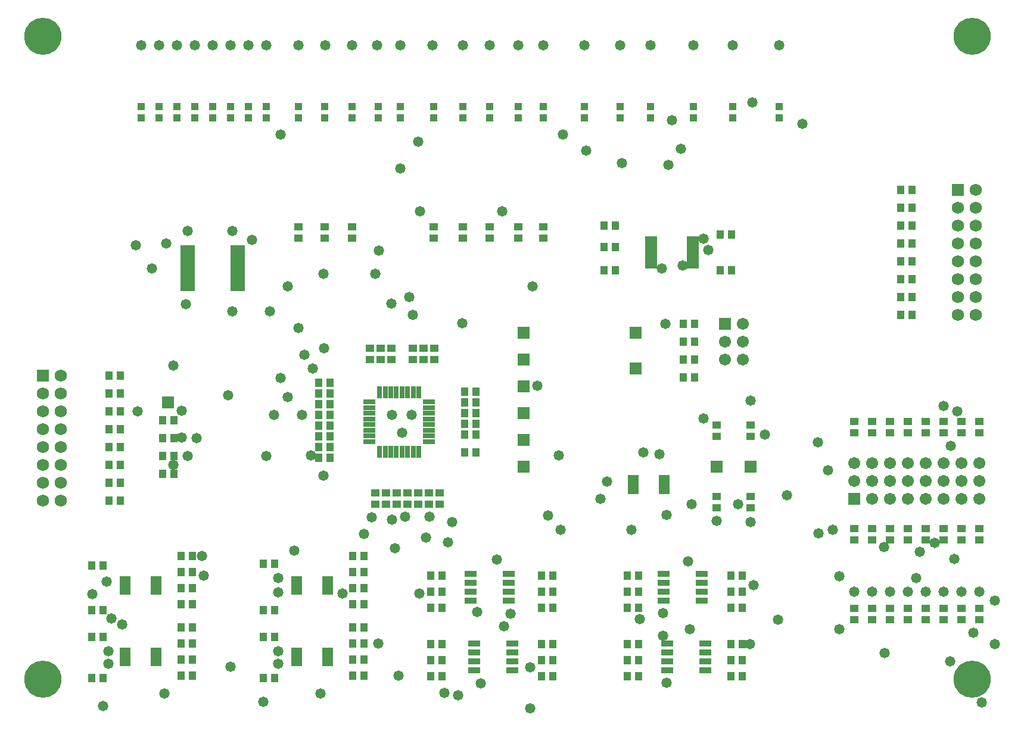
<source format=gts>
G04*
G04 #@! TF.GenerationSoftware,Altium Limited,Altium Designer,22.3.1 (43)*
G04*
G04 Layer_Color=8388736*
%FSLAX25Y25*%
%MOIN*%
G70*
G04*
G04 #@! TF.SameCoordinates,2BD9AFEF-E20F-41D7-A0C8-00A0A2511AF1*
G04*
G04*
G04 #@! TF.FilePolarity,Negative*
G04*
G01*
G75*
%ADD10R,0.03950X0.03950*%
%ADD11R,0.03950X0.04540*%
%ADD12R,0.07887X0.02572*%
%ADD13R,0.04540X0.03950*%
%ADD14R,0.06607X0.02572*%
%ADD15R,0.06816X0.03359*%
%ADD16R,0.06312X0.02572*%
%ADD17R,0.06607X0.03162*%
%ADD18R,0.03162X0.06607*%
%ADD19R,0.06706X0.06706*%
%ADD20C,0.06706*%
%ADD21C,0.06800*%
%ADD22R,0.06800X0.06800*%
%ADD23R,0.06706X0.06706*%
%ADD24C,0.20800*%
%ADD25C,0.05800*%
D10*
X360000Y340650D02*
D03*
Y334350D02*
D03*
X343000Y340650D02*
D03*
Y334350D02*
D03*
X323000Y340650D02*
D03*
Y334350D02*
D03*
X193000Y340650D02*
D03*
Y334350D02*
D03*
X300000Y340650D02*
D03*
Y334350D02*
D03*
X286000Y340650D02*
D03*
Y334350D02*
D03*
X270000Y340650D02*
D03*
Y334350D02*
D03*
X255000Y340650D02*
D03*
Y334350D02*
D03*
X238500Y340650D02*
D03*
Y334350D02*
D03*
X432000Y340650D02*
D03*
Y334350D02*
D03*
X145000Y340650D02*
D03*
Y334350D02*
D03*
X135000Y340650D02*
D03*
Y334350D02*
D03*
X125000Y340650D02*
D03*
Y334350D02*
D03*
X115000Y340650D02*
D03*
Y334350D02*
D03*
X105000Y340650D02*
D03*
Y334350D02*
D03*
X95000Y340650D02*
D03*
Y334350D02*
D03*
X85000Y340650D02*
D03*
Y334350D02*
D03*
X75000Y340650D02*
D03*
Y334350D02*
D03*
X207500Y340650D02*
D03*
Y334350D02*
D03*
X220000Y340650D02*
D03*
Y334350D02*
D03*
X406000Y340650D02*
D03*
Y334350D02*
D03*
X384000Y340650D02*
D03*
Y334350D02*
D03*
X163000Y340650D02*
D03*
Y334350D02*
D03*
X177500Y340650D02*
D03*
Y334350D02*
D03*
D11*
X384650Y199000D02*
D03*
X378350D02*
D03*
Y189000D02*
D03*
X384650D02*
D03*
Y209000D02*
D03*
X378350D02*
D03*
X384650Y219000D02*
D03*
X378350D02*
D03*
X405150Y269000D02*
D03*
X398850D02*
D03*
X405150Y249000D02*
D03*
X398850D02*
D03*
X333850D02*
D03*
X340150D02*
D03*
X333850Y262000D02*
D03*
X340150D02*
D03*
X333850Y274000D02*
D03*
X340150D02*
D03*
X193350Y89000D02*
D03*
X199650D02*
D03*
X305150Y30500D02*
D03*
X298850D02*
D03*
Y39500D02*
D03*
X305150D02*
D03*
Y21500D02*
D03*
X298850D02*
D03*
X236850Y30500D02*
D03*
X243150D02*
D03*
Y39500D02*
D03*
X236850D02*
D03*
X411150Y30500D02*
D03*
X404850D02*
D03*
X236850Y21500D02*
D03*
X243150D02*
D03*
X404850Y39500D02*
D03*
X411150D02*
D03*
Y21500D02*
D03*
X404850D02*
D03*
X346850Y30500D02*
D03*
X353150D02*
D03*
Y39500D02*
D03*
X346850D02*
D03*
Y21500D02*
D03*
X353150D02*
D03*
X411150Y69000D02*
D03*
X404850D02*
D03*
X305150D02*
D03*
X298850D02*
D03*
X404850Y78000D02*
D03*
X411150D02*
D03*
X298850D02*
D03*
X305150D02*
D03*
X411150Y60000D02*
D03*
X404850D02*
D03*
X305150D02*
D03*
X298850D02*
D03*
X346850Y69000D02*
D03*
X353150D02*
D03*
X236850D02*
D03*
X243150D02*
D03*
X353150Y78000D02*
D03*
X346850D02*
D03*
X243150D02*
D03*
X236850D02*
D03*
X346850Y60000D02*
D03*
X353150D02*
D03*
X236850D02*
D03*
X243150D02*
D03*
X193350Y49000D02*
D03*
X199650D02*
D03*
X143350Y20500D02*
D03*
X149650D02*
D03*
X193350Y40000D02*
D03*
X199650D02*
D03*
Y22000D02*
D03*
X193350D02*
D03*
Y31000D02*
D03*
X199650D02*
D03*
X149650Y43500D02*
D03*
X143350D02*
D03*
X103650Y89000D02*
D03*
Y49000D02*
D03*
X199650Y80000D02*
D03*
X103650D02*
D03*
Y40000D02*
D03*
Y31000D02*
D03*
Y71000D02*
D03*
X199650D02*
D03*
X143350Y58500D02*
D03*
X149650D02*
D03*
X193350Y80000D02*
D03*
X199650Y62000D02*
D03*
X193350D02*
D03*
Y71000D02*
D03*
X149650Y84500D02*
D03*
X143350D02*
D03*
X97350Y49000D02*
D03*
Y40000D02*
D03*
Y31000D02*
D03*
X103650Y22000D02*
D03*
X97350D02*
D03*
X499850Y294000D02*
D03*
X506150D02*
D03*
X499850Y284000D02*
D03*
X506150D02*
D03*
X499850Y274000D02*
D03*
X506150D02*
D03*
X499850Y264000D02*
D03*
X506150D02*
D03*
X499850Y254000D02*
D03*
X506150D02*
D03*
X499850Y244000D02*
D03*
X506150D02*
D03*
X499850Y234000D02*
D03*
X506150D02*
D03*
X499850Y224000D02*
D03*
X506150D02*
D03*
X63150Y190000D02*
D03*
X56850D02*
D03*
X255850Y181000D02*
D03*
X262150D02*
D03*
X174350Y186000D02*
D03*
X180650D02*
D03*
X63150Y180000D02*
D03*
X56850D02*
D03*
X255850Y175000D02*
D03*
X262150D02*
D03*
X174350Y180000D02*
D03*
X180650D02*
D03*
X86850Y165000D02*
D03*
X93150D02*
D03*
X63150Y170000D02*
D03*
X56850D02*
D03*
X255850Y169000D02*
D03*
X262150D02*
D03*
X174350Y174000D02*
D03*
X180650D02*
D03*
X86850Y155000D02*
D03*
X93150D02*
D03*
X63150Y160000D02*
D03*
X56850D02*
D03*
X255850Y163000D02*
D03*
X262150D02*
D03*
X174350Y168000D02*
D03*
X180650D02*
D03*
X86850Y145000D02*
D03*
X93150D02*
D03*
X63150Y150000D02*
D03*
X56850D02*
D03*
X255850Y157000D02*
D03*
X262150D02*
D03*
X174350Y162000D02*
D03*
X180650D02*
D03*
X86850Y135000D02*
D03*
X93150D02*
D03*
X63150Y140000D02*
D03*
X56850D02*
D03*
X63150Y130000D02*
D03*
X56850D02*
D03*
X63150Y120000D02*
D03*
X56850D02*
D03*
X255850Y147000D02*
D03*
X262150D02*
D03*
X174350Y156000D02*
D03*
X180650D02*
D03*
X174350Y150000D02*
D03*
X180650D02*
D03*
X174350Y144000D02*
D03*
X180650D02*
D03*
X47350Y83500D02*
D03*
X53650D02*
D03*
X97350Y62000D02*
D03*
X103650D02*
D03*
X97350Y71000D02*
D03*
X53650Y58500D02*
D03*
X47350D02*
D03*
X97350Y80000D02*
D03*
Y89000D02*
D03*
X47350Y43500D02*
D03*
X53650D02*
D03*
Y20500D02*
D03*
X47350D02*
D03*
D12*
X128976Y261516D02*
D03*
Y258957D02*
D03*
Y256398D02*
D03*
Y253839D02*
D03*
Y251280D02*
D03*
Y248720D02*
D03*
Y246161D02*
D03*
Y243602D02*
D03*
Y241043D02*
D03*
Y238484D02*
D03*
X101024D02*
D03*
Y241043D02*
D03*
Y243602D02*
D03*
Y246161D02*
D03*
Y248720D02*
D03*
Y251280D02*
D03*
Y253839D02*
D03*
Y256398D02*
D03*
Y258957D02*
D03*
Y261516D02*
D03*
D13*
X177500Y266850D02*
D03*
Y273150D02*
D03*
X193000D02*
D03*
Y266850D02*
D03*
X163000D02*
D03*
Y273150D02*
D03*
X270000Y266850D02*
D03*
Y273150D02*
D03*
X255000Y266850D02*
D03*
Y273150D02*
D03*
X286000Y266850D02*
D03*
Y273150D02*
D03*
X238500Y266850D02*
D03*
Y273150D02*
D03*
X300000Y266850D02*
D03*
Y273150D02*
D03*
X484000Y59650D02*
D03*
Y53350D02*
D03*
X494000Y59650D02*
D03*
Y53350D02*
D03*
X504000Y59650D02*
D03*
Y53350D02*
D03*
X524000Y97850D02*
D03*
Y104150D02*
D03*
X534000Y97850D02*
D03*
Y104150D02*
D03*
X514000Y97850D02*
D03*
Y104150D02*
D03*
Y59650D02*
D03*
Y53350D02*
D03*
X474000Y59650D02*
D03*
Y53350D02*
D03*
X494000Y104150D02*
D03*
Y97850D02*
D03*
X484000Y104150D02*
D03*
Y97850D02*
D03*
X504000Y104150D02*
D03*
Y97850D02*
D03*
X524000Y59650D02*
D03*
Y53350D02*
D03*
X534000Y59650D02*
D03*
Y53350D02*
D03*
X504000Y157850D02*
D03*
Y164150D02*
D03*
X494000Y157850D02*
D03*
Y164150D02*
D03*
X484000Y157850D02*
D03*
Y164150D02*
D03*
X534000D02*
D03*
Y157850D02*
D03*
X514000Y164150D02*
D03*
Y157850D02*
D03*
X474000Y104150D02*
D03*
Y97850D02*
D03*
X544000Y164150D02*
D03*
Y157850D02*
D03*
Y97850D02*
D03*
Y104150D02*
D03*
X474000Y157850D02*
D03*
Y164150D02*
D03*
X544000Y59650D02*
D03*
Y53350D02*
D03*
X524000Y164150D02*
D03*
Y157850D02*
D03*
X230000Y117850D02*
D03*
X416000Y115850D02*
D03*
X397000D02*
D03*
X236000Y117850D02*
D03*
X242000D02*
D03*
X206000D02*
D03*
X397000Y162150D02*
D03*
X215000Y198850D02*
D03*
Y205150D02*
D03*
X227000Y198850D02*
D03*
Y205150D02*
D03*
X233000Y198850D02*
D03*
Y205150D02*
D03*
X209000D02*
D03*
Y198850D02*
D03*
X239000D02*
D03*
Y205150D02*
D03*
X203000D02*
D03*
Y198850D02*
D03*
X242000Y124150D02*
D03*
X236000D02*
D03*
X230000D02*
D03*
X224000D02*
D03*
Y117850D02*
D03*
X206000Y124150D02*
D03*
X218000D02*
D03*
Y117850D02*
D03*
X212000Y124150D02*
D03*
Y117850D02*
D03*
X416000Y155850D02*
D03*
Y162150D02*
D03*
X397000Y155850D02*
D03*
X416000Y122150D02*
D03*
X397000D02*
D03*
D14*
X360433Y251323D02*
D03*
X383567Y266677D02*
D03*
X360433D02*
D03*
Y264118D02*
D03*
Y261559D02*
D03*
Y259000D02*
D03*
Y256441D02*
D03*
Y253882D02*
D03*
X383567Y251323D02*
D03*
Y253882D02*
D03*
Y256441D02*
D03*
Y259000D02*
D03*
Y261559D02*
D03*
Y264118D02*
D03*
D15*
X367177Y79000D02*
D03*
Y74000D02*
D03*
Y69000D02*
D03*
Y64000D02*
D03*
X388524D02*
D03*
Y69000D02*
D03*
Y74000D02*
D03*
Y79000D02*
D03*
X261177Y40000D02*
D03*
Y35000D02*
D03*
Y30000D02*
D03*
Y25000D02*
D03*
X282524D02*
D03*
Y30000D02*
D03*
Y35000D02*
D03*
Y40000D02*
D03*
X369177D02*
D03*
Y35000D02*
D03*
Y30000D02*
D03*
Y25000D02*
D03*
X390524D02*
D03*
Y30000D02*
D03*
Y35000D02*
D03*
Y40000D02*
D03*
X259177Y79000D02*
D03*
Y74000D02*
D03*
Y69000D02*
D03*
Y64000D02*
D03*
X280524D02*
D03*
Y69000D02*
D03*
Y74000D02*
D03*
Y79000D02*
D03*
D16*
X161839Y36339D02*
D03*
Y33780D02*
D03*
Y31220D02*
D03*
Y28661D02*
D03*
X179161D02*
D03*
Y31220D02*
D03*
Y33780D02*
D03*
Y36339D02*
D03*
X367661Y132689D02*
D03*
X65839Y71220D02*
D03*
Y31220D02*
D03*
X161839Y71220D02*
D03*
X350339Y127571D02*
D03*
X367661Y130130D02*
D03*
Y127571D02*
D03*
X65839Y33780D02*
D03*
Y73780D02*
D03*
X161839D02*
D03*
X350339Y130130D02*
D03*
X161839Y76339D02*
D03*
Y68661D02*
D03*
X179161D02*
D03*
Y71220D02*
D03*
Y73780D02*
D03*
Y76339D02*
D03*
X65839D02*
D03*
Y68661D02*
D03*
X83161D02*
D03*
Y71220D02*
D03*
Y73780D02*
D03*
Y76339D02*
D03*
X65839Y36339D02*
D03*
Y28661D02*
D03*
X83161D02*
D03*
Y31220D02*
D03*
Y33780D02*
D03*
Y36339D02*
D03*
X350339Y132689D02*
D03*
Y125012D02*
D03*
X367661D02*
D03*
D17*
X236017Y159276D02*
D03*
Y156126D02*
D03*
X202647Y175024D02*
D03*
Y171874D02*
D03*
Y168724D02*
D03*
Y165575D02*
D03*
Y162425D02*
D03*
Y159276D02*
D03*
Y156126D02*
D03*
Y152976D02*
D03*
X236017D02*
D03*
Y162425D02*
D03*
Y165575D02*
D03*
Y168724D02*
D03*
Y171874D02*
D03*
Y175024D02*
D03*
D18*
X217757Y180685D02*
D03*
X211458Y147315D02*
D03*
X220906Y180685D02*
D03*
X208308Y147315D02*
D03*
X214607D02*
D03*
X217757D02*
D03*
X220906D02*
D03*
X224056D02*
D03*
X227206D02*
D03*
X230355D02*
D03*
Y180685D02*
D03*
X227206D02*
D03*
X224056D02*
D03*
X214607D02*
D03*
X211458D02*
D03*
X208308D02*
D03*
D19*
X474000Y121000D02*
D03*
X351500Y214000D02*
D03*
Y194000D02*
D03*
X289000Y214000D02*
D03*
X90000Y175000D02*
D03*
X289000Y199000D02*
D03*
Y184000D02*
D03*
Y169000D02*
D03*
Y154000D02*
D03*
Y139000D02*
D03*
X397000D02*
D03*
X416000D02*
D03*
D20*
X484000Y121000D02*
D03*
Y131000D02*
D03*
X494000Y121000D02*
D03*
Y131000D02*
D03*
X504000Y121000D02*
D03*
Y131000D02*
D03*
X514000Y121000D02*
D03*
Y131000D02*
D03*
X524000Y121000D02*
D03*
Y131000D02*
D03*
X534000Y121000D02*
D03*
Y131000D02*
D03*
X544000Y121000D02*
D03*
Y131000D02*
D03*
X474000D02*
D03*
Y141000D02*
D03*
X484000D02*
D03*
X494000D02*
D03*
X504000D02*
D03*
X514000D02*
D03*
X524000D02*
D03*
X534000D02*
D03*
X544000D02*
D03*
X411500Y199000D02*
D03*
X401500D02*
D03*
X411500Y209000D02*
D03*
X401500D02*
D03*
X411500Y219000D02*
D03*
D21*
X30000Y120000D02*
D03*
Y130000D02*
D03*
Y140000D02*
D03*
Y150000D02*
D03*
Y160000D02*
D03*
Y170000D02*
D03*
Y180000D02*
D03*
X20000Y120000D02*
D03*
Y130000D02*
D03*
Y140000D02*
D03*
Y150000D02*
D03*
Y160000D02*
D03*
Y170000D02*
D03*
X30000Y190000D02*
D03*
X20000Y180000D02*
D03*
X542000Y224000D02*
D03*
Y234000D02*
D03*
Y244000D02*
D03*
Y254000D02*
D03*
Y264000D02*
D03*
Y274000D02*
D03*
Y284000D02*
D03*
X532000Y224000D02*
D03*
Y234000D02*
D03*
Y244000D02*
D03*
Y254000D02*
D03*
Y264000D02*
D03*
Y274000D02*
D03*
X542000Y294000D02*
D03*
X532000Y284000D02*
D03*
D22*
X20000Y190000D02*
D03*
X532000Y294000D02*
D03*
D23*
X401500Y219000D02*
D03*
D24*
X540000Y380000D02*
D03*
Y20000D02*
D03*
X20000Y380000D02*
D03*
Y20000D02*
D03*
D25*
X177000Y247000D02*
D03*
X206000D02*
D03*
X416000Y176000D02*
D03*
X324000Y316000D02*
D03*
X377000Y317000D02*
D03*
X231000Y282000D02*
D03*
X277000D02*
D03*
X208000Y260000D02*
D03*
X294000Y240000D02*
D03*
X157000D02*
D03*
X220000Y306000D02*
D03*
X370000Y308000D02*
D03*
X344000Y309000D02*
D03*
X165000Y168000D02*
D03*
X157000Y178000D02*
D03*
X147000Y226000D02*
D03*
X126000D02*
D03*
X100000Y230000D02*
D03*
X163000Y216500D02*
D03*
X225000Y234000D02*
D03*
X227000Y224000D02*
D03*
X230000Y321000D02*
D03*
X311000Y325000D02*
D03*
X372000Y333000D02*
D03*
X445000Y331000D02*
D03*
X417000Y343000D02*
D03*
X432000Y375000D02*
D03*
X406000D02*
D03*
X384000D02*
D03*
X360000D02*
D03*
X343000D02*
D03*
X323000D02*
D03*
X300000D02*
D03*
X286000D02*
D03*
X270000D02*
D03*
X255000D02*
D03*
X238000D02*
D03*
X220000D02*
D03*
X207000D02*
D03*
X193000D02*
D03*
X178000D02*
D03*
X163000D02*
D03*
X153000Y325000D02*
D03*
X75000Y375000D02*
D03*
X85000D02*
D03*
X95000D02*
D03*
X105000D02*
D03*
X115000D02*
D03*
X125000D02*
D03*
X135000D02*
D03*
X145000D02*
D03*
X101000Y271000D02*
D03*
X89000Y264000D02*
D03*
X72000Y263000D02*
D03*
X81000Y250000D02*
D03*
X249000Y108000D02*
D03*
X349400Y103500D02*
D03*
X309500D02*
D03*
X462000D02*
D03*
X454000Y101500D02*
D03*
X153000Y188500D02*
D03*
X73000Y170000D02*
D03*
X416000Y108000D02*
D03*
X397000Y108500D02*
D03*
X417500Y72500D02*
D03*
X508500Y76500D02*
D03*
X465500Y48000D02*
D03*
X204000Y110500D02*
D03*
X222500Y111000D02*
D03*
X527500Y30000D02*
D03*
X47500Y67500D02*
D03*
X126000Y271000D02*
D03*
X137000Y266000D02*
D03*
X332000Y121000D02*
D03*
X356000Y147000D02*
D03*
X365000Y146000D02*
D03*
X424000Y157000D02*
D03*
X246600Y96500D02*
D03*
X234200Y99200D02*
D03*
X490500Y93800D02*
D03*
X366800Y44300D02*
D03*
X519000Y96350D02*
D03*
X177000Y134000D02*
D03*
X296600Y184100D02*
D03*
X169900Y145100D02*
D03*
X145000Y144700D02*
D03*
X254500Y219300D02*
D03*
X431350Y53350D02*
D03*
X109800Y77800D02*
D03*
X244600Y12100D02*
D03*
X491100Y34600D02*
D03*
X292500Y3500D02*
D03*
X53600Y5000D02*
D03*
X218800Y22000D02*
D03*
X453500Y152500D02*
D03*
X459400Y137000D02*
D03*
X281500Y56500D02*
D03*
X353800Y53500D02*
D03*
X510500Y91200D02*
D03*
X302500Y111600D02*
D03*
X531750Y169950D02*
D03*
X93100Y140000D02*
D03*
X177450Y205150D02*
D03*
X97600Y170300D02*
D03*
X149300Y167900D02*
D03*
X92900Y195600D02*
D03*
X123700Y178900D02*
D03*
X166400Y201600D02*
D03*
X215200Y109200D02*
D03*
X97600Y155200D02*
D03*
X230700Y67700D02*
D03*
X187600D02*
D03*
X308600Y145300D02*
D03*
X236350Y110850D02*
D03*
X175400Y11700D02*
D03*
X392200Y260059D02*
D03*
X199650Y101300D02*
D03*
X109000Y89000D02*
D03*
X368300Y219000D02*
D03*
X171000Y193700D02*
D03*
X101100Y145000D02*
D03*
X105800Y155000D02*
D03*
X216800Y93100D02*
D03*
X465700Y77500D02*
D03*
X160700Y91900D02*
D03*
X377800Y251600D02*
D03*
X366337Y249723D02*
D03*
X215000Y230200D02*
D03*
X415600Y39500D02*
D03*
X540500Y45700D02*
D03*
X524000Y172800D02*
D03*
X529800Y87300D02*
D03*
X552500Y64000D02*
D03*
X252400Y10900D02*
D03*
X292600Y26500D02*
D03*
X552500Y39500D02*
D03*
X64398Y50500D02*
D03*
X436300Y122900D02*
D03*
X528000Y150400D02*
D03*
X124900Y26800D02*
D03*
X207700Y40000D02*
D03*
X545200Y7000D02*
D03*
X143350Y7100D02*
D03*
X58200Y54000D02*
D03*
X87800Y12000D02*
D03*
X389473Y165800D02*
D03*
X389471Y266677D02*
D03*
X274000Y87000D02*
D03*
X369000Y18000D02*
D03*
X382000Y48000D02*
D03*
X367000Y57000D02*
D03*
X381000Y86000D02*
D03*
X544000Y69000D02*
D03*
X524000D02*
D03*
X514000D02*
D03*
X504000D02*
D03*
X484000D02*
D03*
X534000D02*
D03*
X494000D02*
D03*
X474000D02*
D03*
X264850Y17500D02*
D03*
X277850Y49500D02*
D03*
X262850Y57500D02*
D03*
X151500Y28500D02*
D03*
Y35500D02*
D03*
Y68500D02*
D03*
Y76500D02*
D03*
X56500Y28500D02*
D03*
X215332Y168000D02*
D03*
X369000Y111850D02*
D03*
X226332Y168000D02*
D03*
X56500Y35500D02*
D03*
X55500Y74500D02*
D03*
X220832Y158000D02*
D03*
X335586Y130436D02*
D03*
X409000Y117850D02*
D03*
X383000D02*
D03*
M02*

</source>
